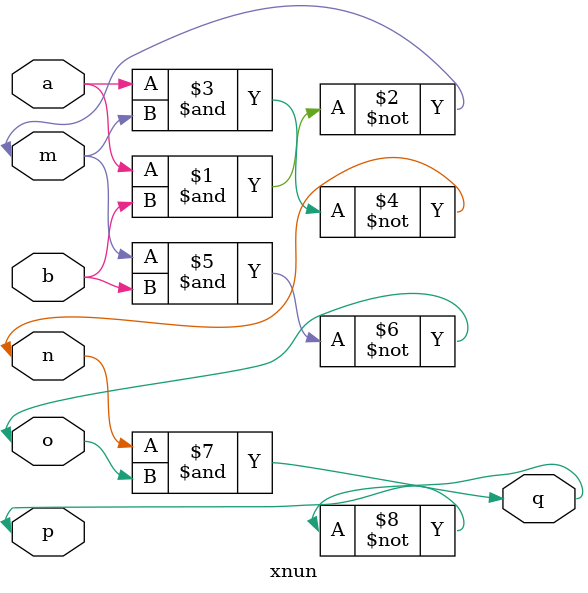
<source format=v>
`timescale 1ns / 1ps

module xnun(
    input a,
    input b,
    inout m,
    inout n,
    inout o,
    inout p,
    output q
    );

nand(m,a,b);
nand(n,a,m);
nand(o,m,b);
nand(p,n,o);
nand(q,p,p);

endmodule

</source>
